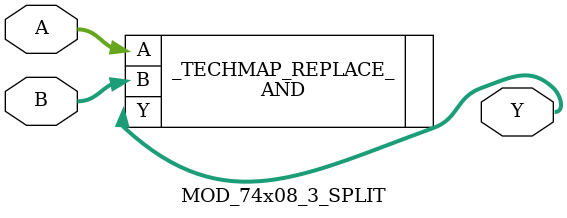
<source format=v>
module MOD_74x08_3 (A, B, Y);

parameter A_SIGNED = 0;
parameter B_SIGNED = 0;
parameter A_WIDTH = 0;
parameter B_WIDTH = 0;
parameter Y_WIDTH = 0;

input [2:0] A;
input [2:0] B;
output [2:0] Y;

AND _TECHMAP_REPLACE_(.A(A), .B(B), .Y(Y));

endmodule

module MOD_74x08_3_SPLIT (A, B, Y);

parameter A_SIGNED = 0;
parameter B_SIGNED = 0;
parameter A_WIDTH = 0;
parameter B_WIDTH = 0;
parameter Y_WIDTH = 0;

input [2:0] A;
input [2:0] B;
output [2:0] Y;


AND _TECHMAP_REPLACE_(.A(A), .B(B), .Y(Y));

endmodule
</source>
